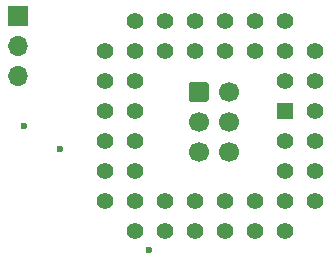
<source format=gbs>
%TF.GenerationSoftware,KiCad,Pcbnew,5.1.9+dfsg1-1+deb11u1*%
%TF.CreationDate,2022-11-29T12:23:15+01:00*%
%TF.ProjectId,A600MPU-Adapter,41363030-4d50-4552-9d41-646170746572,2.0*%
%TF.SameCoordinates,Original*%
%TF.FileFunction,Soldermask,Bot*%
%TF.FilePolarity,Negative*%
%FSLAX46Y46*%
G04 Gerber Fmt 4.6, Leading zero omitted, Abs format (unit mm)*
G04 Created by KiCad (PCBNEW 5.1.9+dfsg1-1+deb11u1) date 2022-11-29 12:23:15*
%MOMM*%
%LPD*%
G01*
G04 APERTURE LIST*
%ADD10O,1.700000X1.700000*%
%ADD11R,1.700000X1.700000*%
%ADD12C,1.700000*%
%ADD13R,1.422400X1.422400*%
%ADD14C,1.422400*%
%ADD15C,0.600000*%
G04 APERTURE END LIST*
D10*
%TO.C,P2*%
X146000000Y-100280000D03*
X146000000Y-97740000D03*
D11*
X146000000Y-95200000D03*
%TD*%
D12*
%TO.C,P1*%
X163840000Y-106680000D03*
X163840000Y-104140000D03*
X163840000Y-101600000D03*
X161300000Y-106680000D03*
X161300000Y-104140000D03*
G36*
G01*
X160450000Y-102200000D02*
X160450000Y-101000000D01*
G75*
G02*
X160700000Y-100750000I250000J0D01*
G01*
X161900000Y-100750000D01*
G75*
G02*
X162150000Y-101000000I0J-250000D01*
G01*
X162150000Y-102200000D01*
G75*
G02*
X161900000Y-102450000I-250000J0D01*
G01*
X160700000Y-102450000D01*
G75*
G02*
X160450000Y-102200000I0J250000D01*
G01*
G37*
%TD*%
D13*
%TO.C,U1*%
X168600000Y-103200000D03*
D14*
X168600000Y-105740000D03*
X168600000Y-108280000D03*
X168600000Y-100660000D03*
X168600000Y-98120000D03*
X171140000Y-105740000D03*
X171140000Y-108280000D03*
X171140000Y-110820000D03*
X171140000Y-103200000D03*
X171140000Y-100660000D03*
X168600000Y-110820000D03*
X166060000Y-110820000D03*
X163520000Y-110820000D03*
X160980000Y-110820000D03*
X158440000Y-110820000D03*
X168600000Y-113360000D03*
X166060000Y-113360000D03*
X163520000Y-113360000D03*
X160980000Y-113360000D03*
X158440000Y-113360000D03*
X155900000Y-113360000D03*
X155900000Y-110820000D03*
X155900000Y-108280000D03*
X155900000Y-105740000D03*
X155900000Y-103200000D03*
X155900000Y-100660000D03*
X155900000Y-95580000D03*
X153360000Y-110820000D03*
X153360000Y-108280000D03*
X153360000Y-105740000D03*
X153360000Y-103200000D03*
X153360000Y-100660000D03*
X153360000Y-98120000D03*
X155900000Y-98120000D03*
X158440000Y-98120000D03*
X160980000Y-98120000D03*
X163520000Y-98120000D03*
X166060000Y-98120000D03*
X171140000Y-98120000D03*
X158440000Y-95580000D03*
X160980000Y-95580000D03*
X163520000Y-95580000D03*
X166060000Y-95580000D03*
X168600000Y-95580000D03*
%TD*%
D15*
X157100000Y-115000000D03*
X146500000Y-104500000D03*
X149600000Y-106400000D03*
M02*

</source>
